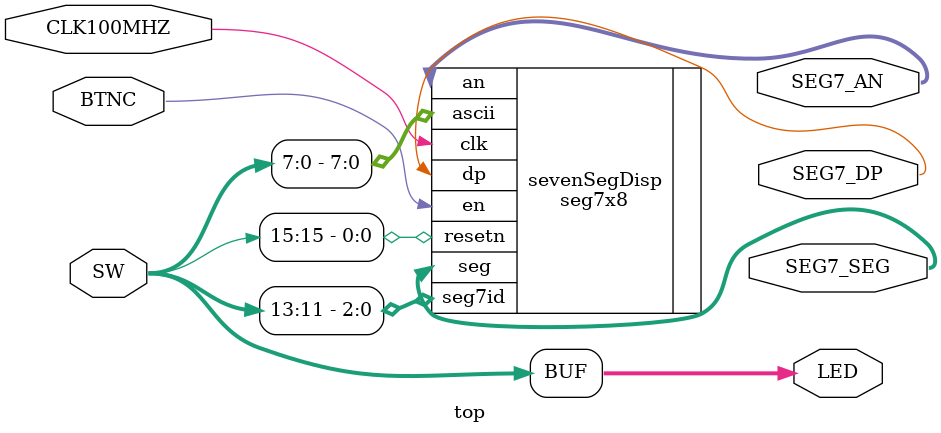
<source format=v>
`timescale 1ns / 1ps


module top(
    input CLK100MHZ,
    input BTNC,
    input [15:0] SW,
    output [15:0] LED,
    output [6:0] SEG7_SEG,
    output [7:0] SEG7_AN,
    output SEG7_DP
    );
    
    assign LED[15:0] = SW[15:0];

    seg7x8 sevenSegDisp(
        .clk(CLK100MHZ),
        .resetn(SW[15]),
        .en(BTNC),
        .seg7id(SW[13:11]),
        .ascii(SW[7:0]),
        .dp(SEG7_DP),
        .seg(SEG7_SEG[6:0]),
        .an(SEG7_AN[7:0])
    );
     
endmodule

</source>
